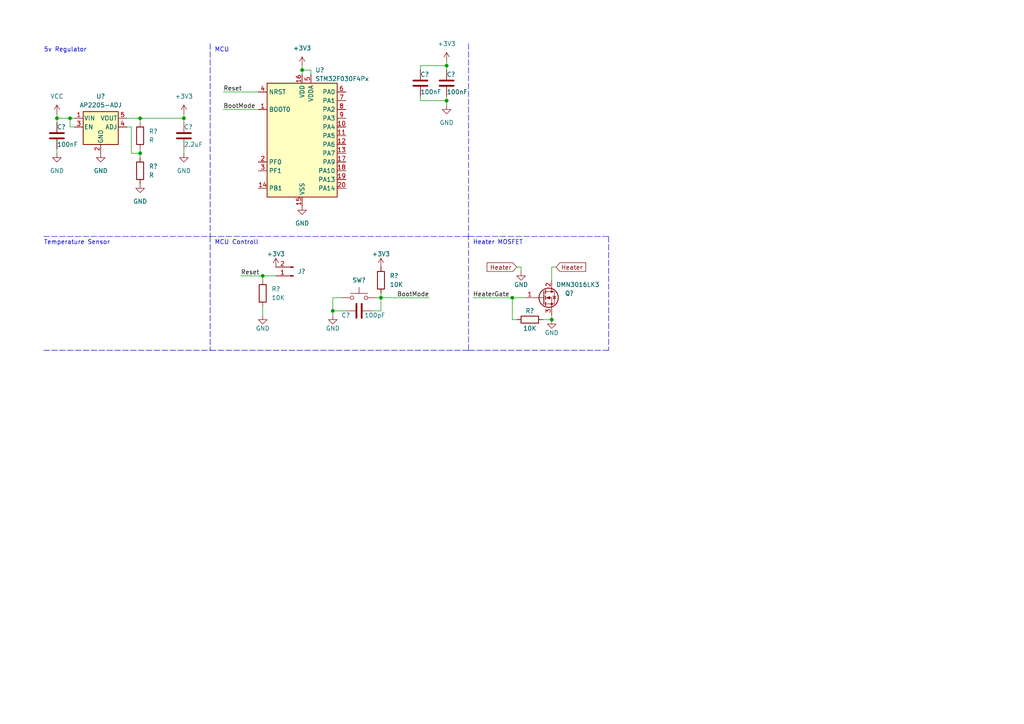
<source format=kicad_sch>
(kicad_sch (version 20211123) (generator eeschema)

  (uuid 48129b5d-2b9b-4273-a70f-3044141e50f0)

  (paper "A4")

  (lib_symbols
    (symbol "Connector:Conn_01x02_Male" (pin_names (offset 1.016) hide) (in_bom yes) (on_board yes)
      (property "Reference" "J" (id 0) (at 0 2.54 0)
        (effects (font (size 1.27 1.27)))
      )
      (property "Value" "Conn_01x02_Male" (id 1) (at 0 -5.08 0)
        (effects (font (size 1.27 1.27)))
      )
      (property "Footprint" "" (id 2) (at 0 0 0)
        (effects (font (size 1.27 1.27)) hide)
      )
      (property "Datasheet" "~" (id 3) (at 0 0 0)
        (effects (font (size 1.27 1.27)) hide)
      )
      (property "ki_keywords" "connector" (id 4) (at 0 0 0)
        (effects (font (size 1.27 1.27)) hide)
      )
      (property "ki_description" "Generic connector, single row, 01x02, script generated (kicad-library-utils/schlib/autogen/connector/)" (id 5) (at 0 0 0)
        (effects (font (size 1.27 1.27)) hide)
      )
      (property "ki_fp_filters" "Connector*:*_1x??_*" (id 6) (at 0 0 0)
        (effects (font (size 1.27 1.27)) hide)
      )
      (symbol "Conn_01x02_Male_1_1"
        (polyline
          (pts
            (xy 1.27 -2.54)
            (xy 0.8636 -2.54)
          )
          (stroke (width 0.1524) (type default) (color 0 0 0 0))
          (fill (type none))
        )
        (polyline
          (pts
            (xy 1.27 0)
            (xy 0.8636 0)
          )
          (stroke (width 0.1524) (type default) (color 0 0 0 0))
          (fill (type none))
        )
        (rectangle (start 0.8636 -2.413) (end 0 -2.667)
          (stroke (width 0.1524) (type default) (color 0 0 0 0))
          (fill (type outline))
        )
        (rectangle (start 0.8636 0.127) (end 0 -0.127)
          (stroke (width 0.1524) (type default) (color 0 0 0 0))
          (fill (type outline))
        )
        (pin passive line (at 5.08 0 180) (length 3.81)
          (name "Pin_1" (effects (font (size 1.27 1.27))))
          (number "1" (effects (font (size 1.27 1.27))))
        )
        (pin passive line (at 5.08 -2.54 180) (length 3.81)
          (name "Pin_2" (effects (font (size 1.27 1.27))))
          (number "2" (effects (font (size 1.27 1.27))))
        )
      )
    )
    (symbol "Device:C" (pin_numbers hide) (pin_names (offset 0.254)) (in_bom yes) (on_board yes)
      (property "Reference" "C" (id 0) (at 0.635 2.54 0)
        (effects (font (size 1.27 1.27)) (justify left))
      )
      (property "Value" "C" (id 1) (at 0.635 -2.54 0)
        (effects (font (size 1.27 1.27)) (justify left))
      )
      (property "Footprint" "" (id 2) (at 0.9652 -3.81 0)
        (effects (font (size 1.27 1.27)) hide)
      )
      (property "Datasheet" "~" (id 3) (at 0 0 0)
        (effects (font (size 1.27 1.27)) hide)
      )
      (property "ki_keywords" "cap capacitor" (id 4) (at 0 0 0)
        (effects (font (size 1.27 1.27)) hide)
      )
      (property "ki_description" "Unpolarized capacitor" (id 5) (at 0 0 0)
        (effects (font (size 1.27 1.27)) hide)
      )
      (property "ki_fp_filters" "C_*" (id 6) (at 0 0 0)
        (effects (font (size 1.27 1.27)) hide)
      )
      (symbol "C_0_1"
        (polyline
          (pts
            (xy -2.032 -0.762)
            (xy 2.032 -0.762)
          )
          (stroke (width 0.508) (type default) (color 0 0 0 0))
          (fill (type none))
        )
        (polyline
          (pts
            (xy -2.032 0.762)
            (xy 2.032 0.762)
          )
          (stroke (width 0.508) (type default) (color 0 0 0 0))
          (fill (type none))
        )
      )
      (symbol "C_1_1"
        (pin passive line (at 0 3.81 270) (length 2.794)
          (name "~" (effects (font (size 1.27 1.27))))
          (number "1" (effects (font (size 1.27 1.27))))
        )
        (pin passive line (at 0 -3.81 90) (length 2.794)
          (name "~" (effects (font (size 1.27 1.27))))
          (number "2" (effects (font (size 1.27 1.27))))
        )
      )
    )
    (symbol "Device:R" (pin_numbers hide) (pin_names (offset 0)) (in_bom yes) (on_board yes)
      (property "Reference" "R" (id 0) (at 2.032 0 90)
        (effects (font (size 1.27 1.27)))
      )
      (property "Value" "R" (id 1) (at 0 0 90)
        (effects (font (size 1.27 1.27)))
      )
      (property "Footprint" "" (id 2) (at -1.778 0 90)
        (effects (font (size 1.27 1.27)) hide)
      )
      (property "Datasheet" "~" (id 3) (at 0 0 0)
        (effects (font (size 1.27 1.27)) hide)
      )
      (property "ki_keywords" "R res resistor" (id 4) (at 0 0 0)
        (effects (font (size 1.27 1.27)) hide)
      )
      (property "ki_description" "Resistor" (id 5) (at 0 0 0)
        (effects (font (size 1.27 1.27)) hide)
      )
      (property "ki_fp_filters" "R_*" (id 6) (at 0 0 0)
        (effects (font (size 1.27 1.27)) hide)
      )
      (symbol "R_0_1"
        (rectangle (start -1.016 -2.54) (end 1.016 2.54)
          (stroke (width 0.254) (type default) (color 0 0 0 0))
          (fill (type none))
        )
      )
      (symbol "R_1_1"
        (pin passive line (at 0 3.81 270) (length 1.27)
          (name "~" (effects (font (size 1.27 1.27))))
          (number "1" (effects (font (size 1.27 1.27))))
        )
        (pin passive line (at 0 -3.81 90) (length 1.27)
          (name "~" (effects (font (size 1.27 1.27))))
          (number "2" (effects (font (size 1.27 1.27))))
        )
      )
    )
    (symbol "MCU_ST_STM32F0:STM32F030F4Px" (in_bom yes) (on_board yes)
      (property "Reference" "U" (id 0) (at -10.16 16.51 0)
        (effects (font (size 1.27 1.27)) (justify left))
      )
      (property "Value" "STM32F030F4Px" (id 1) (at 5.08 16.51 0)
        (effects (font (size 1.27 1.27)) (justify left))
      )
      (property "Footprint" "Package_SO:TSSOP-20_4.4x6.5mm_P0.65mm" (id 2) (at -10.16 -17.78 0)
        (effects (font (size 1.27 1.27)) (justify right) hide)
      )
      (property "Datasheet" "http://www.st.com/st-web-ui/static/active/en/resource/technical/document/datasheet/DM00088500.pdf" (id 3) (at 0 0 0)
        (effects (font (size 1.27 1.27)) hide)
      )
      (property "ki_keywords" "ARM Cortex-M0 STM32F0 STM32F0x0 Value Line" (id 4) (at 0 0 0)
        (effects (font (size 1.27 1.27)) hide)
      )
      (property "ki_description" "ARM Cortex-M0 MCU, 16KB flash, 4KB RAM, 48MHz, 2.4-3.6V, 15 GPIO, TSSOP-20" (id 5) (at 0 0 0)
        (effects (font (size 1.27 1.27)) hide)
      )
      (property "ki_fp_filters" "TSSOP*4.4x6.5mm*P0.65mm*" (id 6) (at 0 0 0)
        (effects (font (size 1.27 1.27)) hide)
      )
      (symbol "STM32F030F4Px_0_1"
        (rectangle (start -10.16 -17.78) (end 10.16 15.24)
          (stroke (width 0.254) (type default) (color 0 0 0 0))
          (fill (type background))
        )
      )
      (symbol "STM32F030F4Px_1_1"
        (pin input line (at -12.7 7.62 0) (length 2.54)
          (name "BOOT0" (effects (font (size 1.27 1.27))))
          (number "1" (effects (font (size 1.27 1.27))))
        )
        (pin bidirectional line (at 12.7 2.54 180) (length 2.54)
          (name "PA4" (effects (font (size 1.27 1.27))))
          (number "10" (effects (font (size 1.27 1.27))))
        )
        (pin bidirectional line (at 12.7 0 180) (length 2.54)
          (name "PA5" (effects (font (size 1.27 1.27))))
          (number "11" (effects (font (size 1.27 1.27))))
        )
        (pin bidirectional line (at 12.7 -2.54 180) (length 2.54)
          (name "PA6" (effects (font (size 1.27 1.27))))
          (number "12" (effects (font (size 1.27 1.27))))
        )
        (pin bidirectional line (at 12.7 -5.08 180) (length 2.54)
          (name "PA7" (effects (font (size 1.27 1.27))))
          (number "13" (effects (font (size 1.27 1.27))))
        )
        (pin bidirectional line (at -12.7 -15.24 0) (length 2.54)
          (name "PB1" (effects (font (size 1.27 1.27))))
          (number "14" (effects (font (size 1.27 1.27))))
        )
        (pin power_in line (at 0 -20.32 90) (length 2.54)
          (name "VSS" (effects (font (size 1.27 1.27))))
          (number "15" (effects (font (size 1.27 1.27))))
        )
        (pin power_in line (at 0 17.78 270) (length 2.54)
          (name "VDD" (effects (font (size 1.27 1.27))))
          (number "16" (effects (font (size 1.27 1.27))))
        )
        (pin bidirectional line (at 12.7 -7.62 180) (length 2.54)
          (name "PA9" (effects (font (size 1.27 1.27))))
          (number "17" (effects (font (size 1.27 1.27))))
        )
        (pin bidirectional line (at 12.7 -10.16 180) (length 2.54)
          (name "PA10" (effects (font (size 1.27 1.27))))
          (number "18" (effects (font (size 1.27 1.27))))
        )
        (pin bidirectional line (at 12.7 -12.7 180) (length 2.54)
          (name "PA13" (effects (font (size 1.27 1.27))))
          (number "19" (effects (font (size 1.27 1.27))))
        )
        (pin input line (at -12.7 -7.62 0) (length 2.54)
          (name "PF0" (effects (font (size 1.27 1.27))))
          (number "2" (effects (font (size 1.27 1.27))))
        )
        (pin bidirectional line (at 12.7 -15.24 180) (length 2.54)
          (name "PA14" (effects (font (size 1.27 1.27))))
          (number "20" (effects (font (size 1.27 1.27))))
        )
        (pin input line (at -12.7 -10.16 0) (length 2.54)
          (name "PF1" (effects (font (size 1.27 1.27))))
          (number "3" (effects (font (size 1.27 1.27))))
        )
        (pin input line (at -12.7 12.7 0) (length 2.54)
          (name "NRST" (effects (font (size 1.27 1.27))))
          (number "4" (effects (font (size 1.27 1.27))))
        )
        (pin power_in line (at 2.54 17.78 270) (length 2.54)
          (name "VDDA" (effects (font (size 1.27 1.27))))
          (number "5" (effects (font (size 1.27 1.27))))
        )
        (pin bidirectional line (at 12.7 12.7 180) (length 2.54)
          (name "PA0" (effects (font (size 1.27 1.27))))
          (number "6" (effects (font (size 1.27 1.27))))
        )
        (pin bidirectional line (at 12.7 10.16 180) (length 2.54)
          (name "PA1" (effects (font (size 1.27 1.27))))
          (number "7" (effects (font (size 1.27 1.27))))
        )
        (pin bidirectional line (at 12.7 7.62 180) (length 2.54)
          (name "PA2" (effects (font (size 1.27 1.27))))
          (number "8" (effects (font (size 1.27 1.27))))
        )
        (pin bidirectional line (at 12.7 5.08 180) (length 2.54)
          (name "PA3" (effects (font (size 1.27 1.27))))
          (number "9" (effects (font (size 1.27 1.27))))
        )
      )
    )
    (symbol "Regulator_Linear:AP2204K-ADJ" (pin_names (offset 0.254)) (in_bom yes) (on_board yes)
      (property "Reference" "U" (id 0) (at -5.08 5.715 0)
        (effects (font (size 1.27 1.27)) (justify left))
      )
      (property "Value" "AP2204K-ADJ" (id 1) (at 0 5.715 0)
        (effects (font (size 1.27 1.27)) (justify left))
      )
      (property "Footprint" "Package_TO_SOT_SMD:SOT-23-5" (id 2) (at 0 8.255 0)
        (effects (font (size 1.27 1.27)) hide)
      )
      (property "Datasheet" "https://www.diodes.com/assets/Datasheets/AP2204.pdf" (id 3) (at 0 2.54 0)
        (effects (font (size 1.27 1.27)) hide)
      )
      (property "ki_keywords" "linear regulator ldo adjustable positive" (id 4) (at 0 0 0)
        (effects (font (size 1.27 1.27)) hide)
      )
      (property "ki_description" "150mA low dropout adjustable linear regulator, wide input voltage range, SOT-23-5 package" (id 5) (at 0 0 0)
        (effects (font (size 1.27 1.27)) hide)
      )
      (property "ki_fp_filters" "SOT?23?5*" (id 6) (at 0 0 0)
        (effects (font (size 1.27 1.27)) hide)
      )
      (symbol "AP2204K-ADJ_0_1"
        (rectangle (start -5.08 4.445) (end 5.08 -5.08)
          (stroke (width 0.254) (type default) (color 0 0 0 0))
          (fill (type background))
        )
      )
      (symbol "AP2204K-ADJ_1_1"
        (pin power_in line (at -7.62 2.54 0) (length 2.54)
          (name "VIN" (effects (font (size 1.27 1.27))))
          (number "1" (effects (font (size 1.27 1.27))))
        )
        (pin power_in line (at 0 -7.62 90) (length 2.54)
          (name "GND" (effects (font (size 1.27 1.27))))
          (number "2" (effects (font (size 1.27 1.27))))
        )
        (pin input line (at -7.62 0 0) (length 2.54)
          (name "EN" (effects (font (size 1.27 1.27))))
          (number "3" (effects (font (size 1.27 1.27))))
        )
        (pin input line (at 7.62 0 180) (length 2.54)
          (name "ADJ" (effects (font (size 1.27 1.27))))
          (number "4" (effects (font (size 1.27 1.27))))
        )
        (pin power_out line (at 7.62 2.54 180) (length 2.54)
          (name "VOUT" (effects (font (size 1.27 1.27))))
          (number "5" (effects (font (size 1.27 1.27))))
        )
      )
    )
    (symbol "Switch:SW_Push" (pin_numbers hide) (pin_names (offset 1.016) hide) (in_bom yes) (on_board yes)
      (property "Reference" "SW" (id 0) (at 1.27 2.54 0)
        (effects (font (size 1.27 1.27)) (justify left))
      )
      (property "Value" "SW_Push" (id 1) (at 0 -1.524 0)
        (effects (font (size 1.27 1.27)))
      )
      (property "Footprint" "" (id 2) (at 0 5.08 0)
        (effects (font (size 1.27 1.27)) hide)
      )
      (property "Datasheet" "~" (id 3) (at 0 5.08 0)
        (effects (font (size 1.27 1.27)) hide)
      )
      (property "ki_keywords" "switch normally-open pushbutton push-button" (id 4) (at 0 0 0)
        (effects (font (size 1.27 1.27)) hide)
      )
      (property "ki_description" "Push button switch, generic, two pins" (id 5) (at 0 0 0)
        (effects (font (size 1.27 1.27)) hide)
      )
      (symbol "SW_Push_0_1"
        (circle (center -2.032 0) (radius 0.508)
          (stroke (width 0) (type default) (color 0 0 0 0))
          (fill (type none))
        )
        (polyline
          (pts
            (xy 0 1.27)
            (xy 0 3.048)
          )
          (stroke (width 0) (type default) (color 0 0 0 0))
          (fill (type none))
        )
        (polyline
          (pts
            (xy 2.54 1.27)
            (xy -2.54 1.27)
          )
          (stroke (width 0) (type default) (color 0 0 0 0))
          (fill (type none))
        )
        (circle (center 2.032 0) (radius 0.508)
          (stroke (width 0) (type default) (color 0 0 0 0))
          (fill (type none))
        )
        (pin passive line (at -5.08 0 0) (length 2.54)
          (name "1" (effects (font (size 1.27 1.27))))
          (number "1" (effects (font (size 1.27 1.27))))
        )
        (pin passive line (at 5.08 0 180) (length 2.54)
          (name "2" (effects (font (size 1.27 1.27))))
          (number "2" (effects (font (size 1.27 1.27))))
        )
      )
    )
    (symbol "Transistor_FET:QM6006D" (pin_names hide) (in_bom yes) (on_board yes)
      (property "Reference" "Q" (id 0) (at 5.08 1.905 0)
        (effects (font (size 1.27 1.27)) (justify left))
      )
      (property "Value" "QM6006D" (id 1) (at 5.08 0 0)
        (effects (font (size 1.27 1.27)) (justify left))
      )
      (property "Footprint" "Package_TO_SOT_SMD:TO-252-2" (id 2) (at 5.08 -1.905 0)
        (effects (font (size 1.27 1.27) italic) (justify left) hide)
      )
      (property "Datasheet" "http://www.jaolen.com/images/pdf/QM6006D.pdf" (id 3) (at 0 0 0)
        (effects (font (size 1.27 1.27)) (justify left) hide)
      )
      (property "ki_keywords" "N-Channel MOSFET" (id 4) (at 0 0 0)
        (effects (font (size 1.27 1.27)) hide)
      )
      (property "ki_description" "35A Id, 60V Vds, N-Channel Power MOSFET, 18mOhm Ron, 19.3nC Qg (typ), TO252" (id 5) (at 0 0 0)
        (effects (font (size 1.27 1.27)) hide)
      )
      (property "ki_fp_filters" "TO?252*" (id 6) (at 0 0 0)
        (effects (font (size 1.27 1.27)) hide)
      )
      (symbol "QM6006D_0_1"
        (polyline
          (pts
            (xy 0.254 0)
            (xy -2.54 0)
          )
          (stroke (width 0) (type default) (color 0 0 0 0))
          (fill (type none))
        )
        (polyline
          (pts
            (xy 0.254 1.905)
            (xy 0.254 -1.905)
          )
          (stroke (width 0.254) (type default) (color 0 0 0 0))
          (fill (type none))
        )
        (polyline
          (pts
            (xy 0.762 -1.27)
            (xy 0.762 -2.286)
          )
          (stroke (width 0.254) (type default) (color 0 0 0 0))
          (fill (type none))
        )
        (polyline
          (pts
            (xy 0.762 0.508)
            (xy 0.762 -0.508)
          )
          (stroke (width 0.254) (type default) (color 0 0 0 0))
          (fill (type none))
        )
        (polyline
          (pts
            (xy 0.762 2.286)
            (xy 0.762 1.27)
          )
          (stroke (width 0.254) (type default) (color 0 0 0 0))
          (fill (type none))
        )
        (polyline
          (pts
            (xy 2.54 2.54)
            (xy 2.54 1.778)
          )
          (stroke (width 0) (type default) (color 0 0 0 0))
          (fill (type none))
        )
        (polyline
          (pts
            (xy 2.54 -2.54)
            (xy 2.54 0)
            (xy 0.762 0)
          )
          (stroke (width 0) (type default) (color 0 0 0 0))
          (fill (type none))
        )
        (polyline
          (pts
            (xy 0.762 -1.778)
            (xy 3.302 -1.778)
            (xy 3.302 1.778)
            (xy 0.762 1.778)
          )
          (stroke (width 0) (type default) (color 0 0 0 0))
          (fill (type none))
        )
        (polyline
          (pts
            (xy 1.016 0)
            (xy 2.032 0.381)
            (xy 2.032 -0.381)
            (xy 1.016 0)
          )
          (stroke (width 0) (type default) (color 0 0 0 0))
          (fill (type outline))
        )
        (polyline
          (pts
            (xy 2.794 0.508)
            (xy 2.921 0.381)
            (xy 3.683 0.381)
            (xy 3.81 0.254)
          )
          (stroke (width 0) (type default) (color 0 0 0 0))
          (fill (type none))
        )
        (polyline
          (pts
            (xy 3.302 0.381)
            (xy 2.921 -0.254)
            (xy 3.683 -0.254)
            (xy 3.302 0.381)
          )
          (stroke (width 0) (type default) (color 0 0 0 0))
          (fill (type none))
        )
        (circle (center 1.651 0) (radius 2.794)
          (stroke (width 0.254) (type default) (color 0 0 0 0))
          (fill (type none))
        )
        (circle (center 2.54 -1.778) (radius 0.254)
          (stroke (width 0) (type default) (color 0 0 0 0))
          (fill (type outline))
        )
        (circle (center 2.54 1.778) (radius 0.254)
          (stroke (width 0) (type default) (color 0 0 0 0))
          (fill (type outline))
        )
      )
      (symbol "QM6006D_1_1"
        (pin input line (at -5.08 0 0) (length 2.54)
          (name "G" (effects (font (size 1.27 1.27))))
          (number "1" (effects (font (size 1.27 1.27))))
        )
        (pin passive line (at 2.54 5.08 270) (length 2.54)
          (name "D" (effects (font (size 1.27 1.27))))
          (number "2" (effects (font (size 1.27 1.27))))
        )
        (pin passive line (at 2.54 -5.08 90) (length 2.54)
          (name "S" (effects (font (size 1.27 1.27))))
          (number "3" (effects (font (size 1.27 1.27))))
        )
      )
    )
    (symbol "power:+3V3" (power) (pin_names (offset 0)) (in_bom yes) (on_board yes)
      (property "Reference" "#PWR" (id 0) (at 0 -3.81 0)
        (effects (font (size 1.27 1.27)) hide)
      )
      (property "Value" "+3V3" (id 1) (at 0 3.556 0)
        (effects (font (size 1.27 1.27)))
      )
      (property "Footprint" "" (id 2) (at 0 0 0)
        (effects (font (size 1.27 1.27)) hide)
      )
      (property "Datasheet" "" (id 3) (at 0 0 0)
        (effects (font (size 1.27 1.27)) hide)
      )
      (property "ki_keywords" "power-flag" (id 4) (at 0 0 0)
        (effects (font (size 1.27 1.27)) hide)
      )
      (property "ki_description" "Power symbol creates a global label with name \"+3V3\"" (id 5) (at 0 0 0)
        (effects (font (size 1.27 1.27)) hide)
      )
      (symbol "+3V3_0_1"
        (polyline
          (pts
            (xy -0.762 1.27)
            (xy 0 2.54)
          )
          (stroke (width 0) (type default) (color 0 0 0 0))
          (fill (type none))
        )
        (polyline
          (pts
            (xy 0 0)
            (xy 0 2.54)
          )
          (stroke (width 0) (type default) (color 0 0 0 0))
          (fill (type none))
        )
        (polyline
          (pts
            (xy 0 2.54)
            (xy 0.762 1.27)
          )
          (stroke (width 0) (type default) (color 0 0 0 0))
          (fill (type none))
        )
      )
      (symbol "+3V3_1_1"
        (pin power_in line (at 0 0 90) (length 0) hide
          (name "+3V3" (effects (font (size 1.27 1.27))))
          (number "1" (effects (font (size 1.27 1.27))))
        )
      )
    )
    (symbol "power:GND" (power) (pin_names (offset 0)) (in_bom yes) (on_board yes)
      (property "Reference" "#PWR" (id 0) (at 0 -6.35 0)
        (effects (font (size 1.27 1.27)) hide)
      )
      (property "Value" "GND" (id 1) (at 0 -3.81 0)
        (effects (font (size 1.27 1.27)))
      )
      (property "Footprint" "" (id 2) (at 0 0 0)
        (effects (font (size 1.27 1.27)) hide)
      )
      (property "Datasheet" "" (id 3) (at 0 0 0)
        (effects (font (size 1.27 1.27)) hide)
      )
      (property "ki_keywords" "power-flag" (id 4) (at 0 0 0)
        (effects (font (size 1.27 1.27)) hide)
      )
      (property "ki_description" "Power symbol creates a global label with name \"GND\" , ground" (id 5) (at 0 0 0)
        (effects (font (size 1.27 1.27)) hide)
      )
      (symbol "GND_0_1"
        (polyline
          (pts
            (xy 0 0)
            (xy 0 -1.27)
            (xy 1.27 -1.27)
            (xy 0 -2.54)
            (xy -1.27 -1.27)
            (xy 0 -1.27)
          )
          (stroke (width 0) (type default) (color 0 0 0 0))
          (fill (type none))
        )
      )
      (symbol "GND_1_1"
        (pin power_in line (at 0 0 270) (length 0) hide
          (name "GND" (effects (font (size 1.27 1.27))))
          (number "1" (effects (font (size 1.27 1.27))))
        )
      )
    )
    (symbol "power:VCC" (power) (pin_names (offset 0)) (in_bom yes) (on_board yes)
      (property "Reference" "#PWR" (id 0) (at 0 -3.81 0)
        (effects (font (size 1.27 1.27)) hide)
      )
      (property "Value" "VCC" (id 1) (at 0 3.81 0)
        (effects (font (size 1.27 1.27)))
      )
      (property "Footprint" "" (id 2) (at 0 0 0)
        (effects (font (size 1.27 1.27)) hide)
      )
      (property "Datasheet" "" (id 3) (at 0 0 0)
        (effects (font (size 1.27 1.27)) hide)
      )
      (property "ki_keywords" "power-flag" (id 4) (at 0 0 0)
        (effects (font (size 1.27 1.27)) hide)
      )
      (property "ki_description" "Power symbol creates a global label with name \"VCC\"" (id 5) (at 0 0 0)
        (effects (font (size 1.27 1.27)) hide)
      )
      (symbol "VCC_0_1"
        (polyline
          (pts
            (xy -0.762 1.27)
            (xy 0 2.54)
          )
          (stroke (width 0) (type default) (color 0 0 0 0))
          (fill (type none))
        )
        (polyline
          (pts
            (xy 0 0)
            (xy 0 2.54)
          )
          (stroke (width 0) (type default) (color 0 0 0 0))
          (fill (type none))
        )
        (polyline
          (pts
            (xy 0 2.54)
            (xy 0.762 1.27)
          )
          (stroke (width 0) (type default) (color 0 0 0 0))
          (fill (type none))
        )
      )
      (symbol "VCC_1_1"
        (pin power_in line (at 0 0 90) (length 0) hide
          (name "VCC" (effects (font (size 1.27 1.27))))
          (number "1" (effects (font (size 1.27 1.27))))
        )
      )
    )
  )

  (junction (at 20.32 34.29) (diameter 0) (color 0 0 0 0)
    (uuid 0d2c6862-3c5c-4f3f-b79e-e312019e47ff)
  )
  (junction (at 76.2 80.01) (diameter 0) (color 0 0 0 0)
    (uuid 313a45a7-2520-41bb-a3d9-c1ab72eb5c85)
  )
  (junction (at 96.52 90.17) (diameter 0) (color 0 0 0 0)
    (uuid 35df4c1c-ca93-4d2a-a1ac-6aad6d701335)
  )
  (junction (at 110.49 86.36) (diameter 0) (color 0 0 0 0)
    (uuid 3fa32c8d-0bf2-4c28-8ece-27e509d4e1d4)
  )
  (junction (at 160.02 92.71) (diameter 0) (color 0 0 0 0)
    (uuid 7720e31e-4a27-4392-8e2e-911f5fa853ef)
  )
  (junction (at 40.64 44.45) (diameter 0) (color 0 0 0 0)
    (uuid 77b6510c-432a-4e10-a2fb-c13a9ba7fcca)
  )
  (junction (at 16.51 34.29) (diameter 0) (color 0 0 0 0)
    (uuid a6758d29-799f-4ab6-a99d-719dfc1676e7)
  )
  (junction (at 148.59 86.36) (diameter 0) (color 0 0 0 0)
    (uuid b605bf12-e0e7-4fa2-a520-c474ab42b5c8)
  )
  (junction (at 87.63 20.32) (diameter 0) (color 0 0 0 0)
    (uuid bc3ea4ef-dca7-4871-9cf6-8698f2c960a9)
  )
  (junction (at 40.64 34.29) (diameter 0) (color 0 0 0 0)
    (uuid d09dba93-2773-4eee-a280-6373498bf438)
  )
  (junction (at 129.54 19.05) (diameter 0) (color 0 0 0 0)
    (uuid d4fe072e-2cfa-46f4-935a-b72f7c6d529a)
  )
  (junction (at 129.54 29.21) (diameter 0) (color 0 0 0 0)
    (uuid e166b1c7-9e46-4630-b6d2-2b6e9eddc4da)
  )
  (junction (at 53.34 34.29) (diameter 0) (color 0 0 0 0)
    (uuid f6c2acab-1151-4f3e-b26f-d077d6993ce5)
  )

  (wire (pts (xy 53.34 34.29) (xy 40.64 34.29))
    (stroke (width 0) (type default) (color 0 0 0 0))
    (uuid 02ce310f-fc18-467a-b269-d5a3b5e71d2f)
  )
  (polyline (pts (xy 135.89 12.7) (xy 135.89 68.58))
    (stroke (width 0) (type default) (color 0 0 0 0))
    (uuid 09a453dd-9446-4305-9c79-f1f24902df2a)
  )

  (wire (pts (xy 40.64 35.56) (xy 40.64 34.29))
    (stroke (width 0) (type default) (color 0 0 0 0))
    (uuid 0ddf5f44-c92a-4a45-9631-7059ca8973b8)
  )
  (polyline (pts (xy 12.7 68.58) (xy 60.96 68.58))
    (stroke (width 0) (type default) (color 0 0 0 0))
    (uuid 12dd1248-3d96-496c-a586-06ae55058944)
  )

  (wire (pts (xy 21.59 36.83) (xy 20.32 36.83))
    (stroke (width 0) (type default) (color 0 0 0 0))
    (uuid 13b4a8f3-876a-4b0e-940b-98f53e26141d)
  )
  (wire (pts (xy 20.32 36.83) (xy 20.32 34.29))
    (stroke (width 0) (type default) (color 0 0 0 0))
    (uuid 16e7833e-ff92-4f39-b8d8-d77ccf475456)
  )
  (wire (pts (xy 90.17 20.32) (xy 87.63 20.32))
    (stroke (width 0) (type default) (color 0 0 0 0))
    (uuid 18e31868-4d74-47c4-8226-d1a9b1b058a5)
  )
  (wire (pts (xy 80.01 80.01) (xy 76.2 80.01))
    (stroke (width 0) (type default) (color 0 0 0 0))
    (uuid 1bedc6c7-e9d0-4b59-947e-132bc38d723f)
  )
  (wire (pts (xy 121.92 29.21) (xy 129.54 29.21))
    (stroke (width 0) (type default) (color 0 0 0 0))
    (uuid 1ef24482-a410-4d4a-ad36-17bba84c2f6a)
  )
  (wire (pts (xy 53.34 44.45) (xy 53.34 43.18))
    (stroke (width 0) (type default) (color 0 0 0 0))
    (uuid 22bc1658-2dd4-49a2-9f9b-6d8c1ddf5d57)
  )
  (wire (pts (xy 129.54 30.48) (xy 129.54 29.21))
    (stroke (width 0) (type default) (color 0 0 0 0))
    (uuid 25f5c23d-c895-46f8-b4e5-3a46b73c7262)
  )
  (wire (pts (xy 53.34 33.02) (xy 53.34 34.29))
    (stroke (width 0) (type default) (color 0 0 0 0))
    (uuid 29d0d9a8-0897-4711-8658-d20df2226aeb)
  )
  (wire (pts (xy 151.13 77.47) (xy 149.86 77.47))
    (stroke (width 0) (type default) (color 0 0 0 0))
    (uuid 2d30a95e-8c26-45d4-ae82-b5e0acde52ed)
  )
  (wire (pts (xy 110.49 86.36) (xy 124.46 86.36))
    (stroke (width 0) (type default) (color 0 0 0 0))
    (uuid 318376d0-29ee-438a-952d-e561d448d194)
  )
  (wire (pts (xy 157.48 92.71) (xy 160.02 92.71))
    (stroke (width 0) (type default) (color 0 0 0 0))
    (uuid 37c52179-064b-4980-8acd-ed7246216536)
  )
  (wire (pts (xy 160.02 77.47) (xy 161.29 77.47))
    (stroke (width 0) (type default) (color 0 0 0 0))
    (uuid 41faef4f-cd58-4e1d-855b-816fffb5c4b8)
  )
  (wire (pts (xy 96.52 86.36) (xy 99.06 86.36))
    (stroke (width 0) (type default) (color 0 0 0 0))
    (uuid 44ebbfb3-18f8-424a-bf29-6a03bd060686)
  )
  (polyline (pts (xy 176.53 101.6) (xy 135.89 101.6))
    (stroke (width 0) (type default) (color 0 0 0 0))
    (uuid 4b2b2283-7078-4a41-af90-99b8f47507cc)
  )
  (polyline (pts (xy 12.7 101.6) (xy 60.96 101.6))
    (stroke (width 0) (type default) (color 0 0 0 0))
    (uuid 4ed240fc-fa3a-4d1f-83ef-23d3f8e5507e)
  )

  (wire (pts (xy 121.92 19.05) (xy 129.54 19.05))
    (stroke (width 0) (type default) (color 0 0 0 0))
    (uuid 501f9674-ba58-4731-bc55-43affcb8ce70)
  )
  (wire (pts (xy 53.34 35.56) (xy 53.34 34.29))
    (stroke (width 0) (type default) (color 0 0 0 0))
    (uuid 50bb781a-acbe-4d6b-8ac0-0022c5b14733)
  )
  (polyline (pts (xy 60.96 68.58) (xy 60.96 101.6))
    (stroke (width 0) (type default) (color 0 0 0 0))
    (uuid 5581cdfe-568a-4166-9812-f0debb4acf1c)
  )
  (polyline (pts (xy 176.53 68.58) (xy 176.53 101.6))
    (stroke (width 0) (type default) (color 0 0 0 0))
    (uuid 57aeaa19-bb92-4cdc-8800-9b5d02711a0f)
  )
  (polyline (pts (xy 60.96 68.58) (xy 135.89 68.58))
    (stroke (width 0) (type default) (color 0 0 0 0))
    (uuid 634d0342-6293-4998-8ff3-281e52d302da)
  )

  (wire (pts (xy 137.16 86.36) (xy 148.59 86.36))
    (stroke (width 0) (type default) (color 0 0 0 0))
    (uuid 6374343c-60b0-407d-9ed7-060d2ea91b55)
  )
  (wire (pts (xy 110.49 85.09) (xy 110.49 86.36))
    (stroke (width 0) (type default) (color 0 0 0 0))
    (uuid 672de846-6793-4c6e-9f14-debf5d3a5ea3)
  )
  (wire (pts (xy 129.54 17.78) (xy 129.54 19.05))
    (stroke (width 0) (type default) (color 0 0 0 0))
    (uuid 6805a8e2-52c1-4009-b22b-858917eeadb1)
  )
  (wire (pts (xy 107.95 90.17) (xy 110.49 90.17))
    (stroke (width 0) (type default) (color 0 0 0 0))
    (uuid 69307915-f140-4cf4-b8a3-6daaa237072c)
  )
  (wire (pts (xy 40.64 45.72) (xy 40.64 44.45))
    (stroke (width 0) (type default) (color 0 0 0 0))
    (uuid 725b4ddc-fd3b-4820-92ac-15b4e0d91375)
  )
  (wire (pts (xy 148.59 86.36) (xy 152.4 86.36))
    (stroke (width 0) (type default) (color 0 0 0 0))
    (uuid 72af1663-4aff-4bdb-8def-db10f57adbbd)
  )
  (wire (pts (xy 87.63 19.05) (xy 87.63 20.32))
    (stroke (width 0) (type default) (color 0 0 0 0))
    (uuid 756024b5-abca-4cdf-9eba-fb3780bfea42)
  )
  (wire (pts (xy 20.32 34.29) (xy 16.51 34.29))
    (stroke (width 0) (type default) (color 0 0 0 0))
    (uuid 759ab7ab-e08a-4192-ad63-277a1e4cc701)
  )
  (wire (pts (xy 160.02 91.44) (xy 160.02 92.71))
    (stroke (width 0) (type default) (color 0 0 0 0))
    (uuid 76049bf6-5421-45d9-8dfd-5e748818f14e)
  )
  (wire (pts (xy 76.2 80.01) (xy 76.2 81.28))
    (stroke (width 0) (type default) (color 0 0 0 0))
    (uuid 77e33871-6370-4758-8d3e-6cf13900041c)
  )
  (wire (pts (xy 96.52 91.44) (xy 96.52 90.17))
    (stroke (width 0) (type default) (color 0 0 0 0))
    (uuid 7c916335-3f08-480c-9cf0-4237990a9c0e)
  )
  (polyline (pts (xy 60.96 101.6) (xy 135.89 101.6))
    (stroke (width 0) (type default) (color 0 0 0 0))
    (uuid 7d78e761-b4fa-4e7c-908a-f26d73abd093)
  )

  (wire (pts (xy 148.59 92.71) (xy 148.59 86.36))
    (stroke (width 0) (type default) (color 0 0 0 0))
    (uuid 82631a1d-15c1-48dc-92c1-6408dcbfd2b2)
  )
  (wire (pts (xy 96.52 90.17) (xy 100.33 90.17))
    (stroke (width 0) (type default) (color 0 0 0 0))
    (uuid 94e75a76-d897-41f0-8970-49cf55ed4760)
  )
  (wire (pts (xy 64.77 26.67) (xy 74.93 26.67))
    (stroke (width 0) (type default) (color 0 0 0 0))
    (uuid 95763371-83f0-46c7-8043-a552cc9e990f)
  )
  (wire (pts (xy 21.59 34.29) (xy 20.32 34.29))
    (stroke (width 0) (type default) (color 0 0 0 0))
    (uuid 961f54f1-cc6c-4b38-b16e-57f44b5ebf6d)
  )
  (wire (pts (xy 151.13 78.74) (xy 151.13 77.47))
    (stroke (width 0) (type default) (color 0 0 0 0))
    (uuid 9b9c1697-2296-4c36-90ee-da0ecedd53fa)
  )
  (wire (pts (xy 36.83 34.29) (xy 40.64 34.29))
    (stroke (width 0) (type default) (color 0 0 0 0))
    (uuid a1dc36c4-f4b9-45fd-b71d-b9196c276f1b)
  )
  (wire (pts (xy 109.22 86.36) (xy 110.49 86.36))
    (stroke (width 0) (type default) (color 0 0 0 0))
    (uuid a5ace79d-4cd6-4865-817c-af404409fdf9)
  )
  (wire (pts (xy 16.51 34.29) (xy 16.51 33.02))
    (stroke (width 0) (type default) (color 0 0 0 0))
    (uuid b1293359-004c-4e10-ac21-e60e5ea2c670)
  )
  (wire (pts (xy 110.49 90.17) (xy 110.49 86.36))
    (stroke (width 0) (type default) (color 0 0 0 0))
    (uuid b4ffbc44-773e-4169-a81b-45c2370e541d)
  )
  (wire (pts (xy 121.92 19.05) (xy 121.92 20.32))
    (stroke (width 0) (type default) (color 0 0 0 0))
    (uuid b6eb091f-2030-4854-b9d1-6a5d6175ecda)
  )
  (wire (pts (xy 90.17 21.59) (xy 90.17 20.32))
    (stroke (width 0) (type default) (color 0 0 0 0))
    (uuid b70cddb8-89fb-4d70-9e00-48ccf193d940)
  )
  (polyline (pts (xy 135.89 101.6) (xy 135.89 68.58))
    (stroke (width 0) (type default) (color 0 0 0 0))
    (uuid b8618069-225a-47fd-9746-2d44873f0b43)
  )

  (wire (pts (xy 87.63 20.32) (xy 87.63 21.59))
    (stroke (width 0) (type default) (color 0 0 0 0))
    (uuid bc88dba7-1b55-4caf-b7a5-a1b2ba7e297a)
  )
  (wire (pts (xy 76.2 91.44) (xy 76.2 88.9))
    (stroke (width 0) (type default) (color 0 0 0 0))
    (uuid c05c8e2a-b975-4182-920e-b0e74c757133)
  )
  (wire (pts (xy 96.52 90.17) (xy 96.52 86.36))
    (stroke (width 0) (type default) (color 0 0 0 0))
    (uuid c296dfd4-0aa8-48b5-8b9c-7b03d135b3f7)
  )
  (wire (pts (xy 38.1 36.83) (xy 38.1 44.45))
    (stroke (width 0) (type default) (color 0 0 0 0))
    (uuid c84f8515-d469-4c44-b57d-3b937b2fe105)
  )
  (wire (pts (xy 16.51 35.56) (xy 16.51 34.29))
    (stroke (width 0) (type default) (color 0 0 0 0))
    (uuid ca3a4b01-2175-4146-ada8-c7b870aecd43)
  )
  (wire (pts (xy 40.64 44.45) (xy 40.64 43.18))
    (stroke (width 0) (type default) (color 0 0 0 0))
    (uuid cc140480-ef42-4a91-acec-3c9d139594e1)
  )
  (wire (pts (xy 36.83 36.83) (xy 38.1 36.83))
    (stroke (width 0) (type default) (color 0 0 0 0))
    (uuid d23ee24d-abbb-47ac-be7e-489029eb1ca8)
  )
  (wire (pts (xy 16.51 44.45) (xy 16.51 43.18))
    (stroke (width 0) (type default) (color 0 0 0 0))
    (uuid d44bd3f3-9505-40cc-b558-d0c18ca13cf3)
  )
  (wire (pts (xy 38.1 44.45) (xy 40.64 44.45))
    (stroke (width 0) (type default) (color 0 0 0 0))
    (uuid d8c025a3-225c-404c-9275-7dd1c752307a)
  )
  (wire (pts (xy 129.54 29.21) (xy 129.54 27.94))
    (stroke (width 0) (type default) (color 0 0 0 0))
    (uuid d9a6e390-802a-4fa0-aa7e-74507da59770)
  )
  (wire (pts (xy 160.02 81.28) (xy 160.02 77.47))
    (stroke (width 0) (type default) (color 0 0 0 0))
    (uuid deee3cdf-2716-49ec-a8aa-a1e8fd83de86)
  )
  (wire (pts (xy 76.2 80.01) (xy 69.85 80.01))
    (stroke (width 0) (type default) (color 0 0 0 0))
    (uuid e42f90c5-f414-4953-9d45-7d2ee2c22787)
  )
  (polyline (pts (xy 135.89 68.58) (xy 176.53 68.58))
    (stroke (width 0) (type default) (color 0 0 0 0))
    (uuid e675eca5-d334-4fb6-95dd-2363b2b6c6b1)
  )
  (polyline (pts (xy 60.96 68.58) (xy 60.96 68.58))
    (stroke (width 0) (type default) (color 0 0 0 0))
    (uuid e69a78d3-a192-4700-b8e1-04871bef5f32)
  )
  (polyline (pts (xy 60.96 12.7) (xy 60.96 68.58))
    (stroke (width 0) (type default) (color 0 0 0 0))
    (uuid e9d7a768-4620-4fa6-95f2-b7c9ba4367ac)
  )

  (wire (pts (xy 149.86 92.71) (xy 148.59 92.71))
    (stroke (width 0) (type default) (color 0 0 0 0))
    (uuid ed3653f6-3051-4536-ab90-e624b63a6642)
  )
  (wire (pts (xy 64.77 31.75) (xy 74.93 31.75))
    (stroke (width 0) (type default) (color 0 0 0 0))
    (uuid ef45d8f2-2e5c-4798-ab58-a1d88771b8da)
  )
  (wire (pts (xy 121.92 29.21) (xy 121.92 27.94))
    (stroke (width 0) (type default) (color 0 0 0 0))
    (uuid f0a4d808-c253-4eae-9ceb-8b4a350161d8)
  )
  (wire (pts (xy 129.54 19.05) (xy 129.54 20.32))
    (stroke (width 0) (type default) (color 0 0 0 0))
    (uuid fa4bfefb-e32f-42d4-a33a-680d560e0319)
  )

  (text "MCU\n" (at 62.23 15.24 0)
    (effects (font (size 1.27 1.27)) (justify left bottom))
    (uuid 2788dc07-3fdc-4e9b-8da1-c3aae005c86c)
  )
  (text "MCU Controll" (at 62.23 71.12 0)
    (effects (font (size 1.27 1.27)) (justify left bottom))
    (uuid 2ce3abc8-9f55-435a-b6da-c7178bb90bf9)
  )
  (text "Heater MOSFET" (at 137.16 71.12 0)
    (effects (font (size 1.27 1.27)) (justify left bottom))
    (uuid 6f062017-217b-4137-b442-61e266d93522)
  )
  (text "Temperature Sensor\n" (at 12.7 71.12 0)
    (effects (font (size 1.27 1.27)) (justify left bottom))
    (uuid 7ddb5d24-5173-4fa1-b88c-10ca31f67335)
  )
  (text "5v Regulator\n" (at 12.7 15.24 0)
    (effects (font (size 1.27 1.27)) (justify left bottom))
    (uuid cce453f8-2b73-4d5f-87d3-093087ba1115)
  )

  (label "BootMode" (at 124.46 86.36 180)
    (effects (font (size 1.27 1.27)) (justify right bottom))
    (uuid 36287920-a783-4810-8a56-90760d12867c)
  )
  (label "Reset" (at 64.77 26.67 0)
    (effects (font (size 1.27 1.27)) (justify left bottom))
    (uuid 3978d8fe-e3a5-446c-9483-a1a962384ef7)
  )
  (label "Reset" (at 69.85 80.01 0)
    (effects (font (size 1.27 1.27)) (justify left bottom))
    (uuid 517d9d06-cad2-4ed7-afad-becd466f20bc)
  )
  (label "HeaterGate" (at 137.16 86.36 0)
    (effects (font (size 1.27 1.27)) (justify left bottom))
    (uuid 9b410058-8e7b-4648-aee1-c1e039f4b502)
  )
  (label "BootMode" (at 64.77 31.75 0)
    (effects (font (size 1.27 1.27)) (justify left bottom))
    (uuid d120311b-41d3-47bd-883e-deb7c95a3ac9)
  )

  (global_label "Heater" (shape input) (at 149.86 77.47 180) (fields_autoplaced)
    (effects (font (size 1.27 1.27)) (justify right))
    (uuid 2c63ad44-946f-4477-a4f1-8c481b181092)
    (property "Intersheet References" "${INTERSHEET_REFS}" (id 0) (at 141.2783 77.5494 0)
      (effects (font (size 1.27 1.27)) (justify right) hide)
    )
  )
  (global_label "Heater" (shape input) (at 161.29 77.47 0) (fields_autoplaced)
    (effects (font (size 1.27 1.27)) (justify left))
    (uuid 6e371558-8bbe-440f-9c70-33c5bd1c66fb)
    (property "Intersheet References" "${INTERSHEET_REFS}" (id 0) (at 169.8717 77.3906 0)
      (effects (font (size 1.27 1.27)) (justify left) hide)
    )
  )

  (symbol (lib_id "Connector:Conn_01x02_Male") (at 85.09 80.01 180) (unit 1)
    (in_bom yes) (on_board yes)
    (uuid 007cf9fa-3c41-4b60-99be-fb95c85299b8)
    (property "Reference" "J?" (id 0) (at 86.36 78.74 0)
      (effects (font (size 1.27 1.27)) (justify right))
    )
    (property "Value" "Conn_01x02_Male" (id 1) (at 86.36 80.0099 0)
      (effects (font (size 1.27 1.27)) (justify right) hide)
    )
    (property "Footprint" "" (id 2) (at 85.09 80.01 0)
      (effects (font (size 1.27 1.27)) hide)
    )
    (property "Datasheet" "~" (id 3) (at 85.09 80.01 0)
      (effects (font (size 1.27 1.27)) hide)
    )
    (pin "1" (uuid b5a40666-505e-4aeb-b89d-01a67bc02b70))
    (pin "2" (uuid 7e879e73-2174-4cfb-bc45-4fa3adcbdbca))
  )

  (symbol (lib_id "Transistor_FET:QM6006D") (at 157.48 86.36 0) (unit 1)
    (in_bom yes) (on_board yes)
    (uuid 008abfc7-cb0c-45d3-a686-529201dd6fc0)
    (property "Reference" "Q?" (id 0) (at 163.83 85.0899 0)
      (effects (font (size 1.27 1.27)) (justify left))
    )
    (property "Value" "DMN3016LK3" (id 1) (at 161.29 82.55 0)
      (effects (font (size 1.27 1.27)) (justify left))
    )
    (property "Footprint" "Package_TO_SOT_SMD:TO-252-2" (id 2) (at 162.56 88.265 0)
      (effects (font (size 1.27 1.27) italic) (justify left) hide)
    )
    (property "Datasheet" "http://www.jaolen.com/images/pdf/QM6006D.pdf" (id 3) (at 157.48 86.36 0)
      (effects (font (size 1.27 1.27)) (justify left) hide)
    )
    (pin "1" (uuid 2e1225c2-048a-4910-8831-4935750f51e1))
    (pin "2" (uuid 32e0ef81-6b05-4ac7-abf8-d4733a60863b))
    (pin "3" (uuid 91ad8f73-9fcf-4dc8-be11-8b7a248b02c7))
  )

  (symbol (lib_id "power:VCC") (at 16.51 33.02 0) (unit 1)
    (in_bom yes) (on_board yes) (fields_autoplaced)
    (uuid 01514235-666c-405b-bc4e-28b5852db120)
    (property "Reference" "#PWR?" (id 0) (at 16.51 36.83 0)
      (effects (font (size 1.27 1.27)) hide)
    )
    (property "Value" "VCC" (id 1) (at 16.51 27.94 0))
    (property "Footprint" "" (id 2) (at 16.51 33.02 0)
      (effects (font (size 1.27 1.27)) hide)
    )
    (property "Datasheet" "" (id 3) (at 16.51 33.02 0)
      (effects (font (size 1.27 1.27)) hide)
    )
    (pin "1" (uuid ec04e0c6-79ab-495e-bac2-2ff1e756f429))
  )

  (symbol (lib_id "power:GND") (at 16.51 44.45 0) (unit 1)
    (in_bom yes) (on_board yes) (fields_autoplaced)
    (uuid 0e42d8cd-c9a6-465b-a9cf-74040d557896)
    (property "Reference" "#PWR?" (id 0) (at 16.51 50.8 0)
      (effects (font (size 1.27 1.27)) hide)
    )
    (property "Value" "GND" (id 1) (at 16.51 49.53 0))
    (property "Footprint" "" (id 2) (at 16.51 44.45 0)
      (effects (font (size 1.27 1.27)) hide)
    )
    (property "Datasheet" "" (id 3) (at 16.51 44.45 0)
      (effects (font (size 1.27 1.27)) hide)
    )
    (pin "1" (uuid ecce04ba-a96a-4554-adb4-bea601b0fba1))
  )

  (symbol (lib_id "Device:C") (at 104.14 90.17 90) (unit 1)
    (in_bom yes) (on_board yes)
    (uuid 12939ece-8495-48b7-abaa-86f74c78dd44)
    (property "Reference" "C?" (id 0) (at 101.6 91.44 90)
      (effects (font (size 1.27 1.27)) (justify left))
    )
    (property "Value" "100pF" (id 1) (at 111.76 91.44 90)
      (effects (font (size 1.27 1.27)) (justify left))
    )
    (property "Footprint" "" (id 2) (at 107.95 89.2048 0)
      (effects (font (size 1.27 1.27)) hide)
    )
    (property "Datasheet" "~" (id 3) (at 104.14 90.17 0)
      (effects (font (size 1.27 1.27)) hide)
    )
    (pin "1" (uuid 6245c4f3-f8e5-49e3-911b-62e55ab6257b))
    (pin "2" (uuid 3f27258c-87a6-4d59-8bf1-54d17d687dad))
  )

  (symbol (lib_id "power:+3V3") (at 53.34 33.02 0) (unit 1)
    (in_bom yes) (on_board yes) (fields_autoplaced)
    (uuid 2f47cbce-450f-4309-a2b5-227898c61ae3)
    (property "Reference" "#PWR?" (id 0) (at 53.34 36.83 0)
      (effects (font (size 1.27 1.27)) hide)
    )
    (property "Value" "+3V3" (id 1) (at 53.34 27.94 0))
    (property "Footprint" "" (id 2) (at 53.34 33.02 0)
      (effects (font (size 1.27 1.27)) hide)
    )
    (property "Datasheet" "" (id 3) (at 53.34 33.02 0)
      (effects (font (size 1.27 1.27)) hide)
    )
    (pin "1" (uuid 2c98f8a4-8aae-4e3c-a9e0-d66fca98240c))
  )

  (symbol (lib_id "Device:C") (at 129.54 24.13 0) (unit 1)
    (in_bom yes) (on_board yes)
    (uuid 3f4b5a67-0128-47a0-9aeb-de5e8c6a904a)
    (property "Reference" "C?" (id 0) (at 129.54 21.59 0)
      (effects (font (size 1.27 1.27)) (justify left))
    )
    (property "Value" "100nF" (id 1) (at 129.54 26.67 0)
      (effects (font (size 1.27 1.27)) (justify left))
    )
    (property "Footprint" "" (id 2) (at 130.5052 27.94 0)
      (effects (font (size 1.27 1.27)) hide)
    )
    (property "Datasheet" "~" (id 3) (at 129.54 24.13 0)
      (effects (font (size 1.27 1.27)) hide)
    )
    (pin "1" (uuid 00921f06-b5dd-4c9a-b606-1506caa4acc2))
    (pin "2" (uuid a0336334-2c39-4bce-bfb7-9efcac9e8780))
  )

  (symbol (lib_id "power:GND") (at 40.64 53.34 0) (unit 1)
    (in_bom yes) (on_board yes) (fields_autoplaced)
    (uuid 44bd0ae2-f9dd-4e1c-9c90-983a05148628)
    (property "Reference" "#PWR?" (id 0) (at 40.64 59.69 0)
      (effects (font (size 1.27 1.27)) hide)
    )
    (property "Value" "GND" (id 1) (at 40.64 58.42 0))
    (property "Footprint" "" (id 2) (at 40.64 53.34 0)
      (effects (font (size 1.27 1.27)) hide)
    )
    (property "Datasheet" "" (id 3) (at 40.64 53.34 0)
      (effects (font (size 1.27 1.27)) hide)
    )
    (pin "1" (uuid 66a15cfd-bb4b-48c8-8736-94f24a4f58d5))
  )

  (symbol (lib_id "Device:C") (at 16.51 39.37 0) (unit 1)
    (in_bom yes) (on_board yes)
    (uuid 4a7a5a19-9acd-4462-9516-42628753f014)
    (property "Reference" "C?" (id 0) (at 16.51 36.83 0)
      (effects (font (size 1.27 1.27)) (justify left))
    )
    (property "Value" "100nF" (id 1) (at 16.51 41.91 0)
      (effects (font (size 1.27 1.27)) (justify left))
    )
    (property "Footprint" "" (id 2) (at 17.4752 43.18 0)
      (effects (font (size 1.27 1.27)) hide)
    )
    (property "Datasheet" "~" (id 3) (at 16.51 39.37 0)
      (effects (font (size 1.27 1.27)) hide)
    )
    (pin "1" (uuid b5584e67-81c5-482c-a774-b5faebb7bc65))
    (pin "2" (uuid 170cfa57-b666-44ea-bbba-838fe7deeb20))
  )

  (symbol (lib_id "Device:R") (at 110.49 81.28 0) (unit 1)
    (in_bom yes) (on_board yes) (fields_autoplaced)
    (uuid 4e58ef8b-ba4e-4f9b-b4be-45197ec0ced2)
    (property "Reference" "R?" (id 0) (at 113.03 80.0099 0)
      (effects (font (size 1.27 1.27)) (justify left))
    )
    (property "Value" "10K" (id 1) (at 113.03 82.5499 0)
      (effects (font (size 1.27 1.27)) (justify left))
    )
    (property "Footprint" "" (id 2) (at 108.712 81.28 90)
      (effects (font (size 1.27 1.27)) hide)
    )
    (property "Datasheet" "~" (id 3) (at 110.49 81.28 0)
      (effects (font (size 1.27 1.27)) hide)
    )
    (pin "1" (uuid 3f2ebdbe-d023-41d1-8d33-1c3dca38477c))
    (pin "2" (uuid 96962d46-834b-45b6-b7f6-8724a79db2c9))
  )

  (symbol (lib_id "power:GND") (at 151.13 78.74 0) (unit 1)
    (in_bom yes) (on_board yes)
    (uuid 595c7b74-a091-429c-828c-0a315ec93ee7)
    (property "Reference" "#PWR?" (id 0) (at 151.13 85.09 0)
      (effects (font (size 1.27 1.27)) hide)
    )
    (property "Value" "GND" (id 1) (at 151.13 82.55 0))
    (property "Footprint" "" (id 2) (at 151.13 78.74 0)
      (effects (font (size 1.27 1.27)) hide)
    )
    (property "Datasheet" "" (id 3) (at 151.13 78.74 0)
      (effects (font (size 1.27 1.27)) hide)
    )
    (pin "1" (uuid ff5b3809-6cad-490c-8b8c-bff408de9181))
  )

  (symbol (lib_id "power:GND") (at 53.34 44.45 0) (unit 1)
    (in_bom yes) (on_board yes) (fields_autoplaced)
    (uuid 5d298c76-9bd6-4d36-87e2-573bc48dee39)
    (property "Reference" "#PWR?" (id 0) (at 53.34 50.8 0)
      (effects (font (size 1.27 1.27)) hide)
    )
    (property "Value" "GND" (id 1) (at 53.34 49.53 0))
    (property "Footprint" "" (id 2) (at 53.34 44.45 0)
      (effects (font (size 1.27 1.27)) hide)
    )
    (property "Datasheet" "" (id 3) (at 53.34 44.45 0)
      (effects (font (size 1.27 1.27)) hide)
    )
    (pin "1" (uuid e1c16fdd-d1e6-4926-b6ef-1c7736848329))
  )

  (symbol (lib_id "power:GND") (at 129.54 30.48 0) (unit 1)
    (in_bom yes) (on_board yes) (fields_autoplaced)
    (uuid 7008811c-4e24-44dd-b974-71e744a0c081)
    (property "Reference" "#PWR?" (id 0) (at 129.54 36.83 0)
      (effects (font (size 1.27 1.27)) hide)
    )
    (property "Value" "GND" (id 1) (at 129.54 35.56 0))
    (property "Footprint" "" (id 2) (at 129.54 30.48 0)
      (effects (font (size 1.27 1.27)) hide)
    )
    (property "Datasheet" "" (id 3) (at 129.54 30.48 0)
      (effects (font (size 1.27 1.27)) hide)
    )
    (pin "1" (uuid b20b721a-44e3-4203-b113-f6d394ba8faf))
  )

  (symbol (lib_id "power:GND") (at 29.21 44.45 0) (unit 1)
    (in_bom yes) (on_board yes) (fields_autoplaced)
    (uuid 7152b4d6-ee1b-4628-a274-fe0b7378e4f2)
    (property "Reference" "#PWR?" (id 0) (at 29.21 50.8 0)
      (effects (font (size 1.27 1.27)) hide)
    )
    (property "Value" "GND" (id 1) (at 29.21 49.53 0))
    (property "Footprint" "" (id 2) (at 29.21 44.45 0)
      (effects (font (size 1.27 1.27)) hide)
    )
    (property "Datasheet" "" (id 3) (at 29.21 44.45 0)
      (effects (font (size 1.27 1.27)) hide)
    )
    (pin "1" (uuid eb06c67e-2cc0-4b71-8286-dea964e9a901))
  )

  (symbol (lib_id "power:+3V3") (at 80.01 77.47 0) (unit 1)
    (in_bom yes) (on_board yes)
    (uuid 7e3d8f98-6104-4496-9fd8-081b3bcb5749)
    (property "Reference" "#PWR?" (id 0) (at 80.01 81.28 0)
      (effects (font (size 1.27 1.27)) hide)
    )
    (property "Value" "+3V3" (id 1) (at 80.01 73.66 0))
    (property "Footprint" "" (id 2) (at 80.01 77.47 0)
      (effects (font (size 1.27 1.27)) hide)
    )
    (property "Datasheet" "" (id 3) (at 80.01 77.47 0)
      (effects (font (size 1.27 1.27)) hide)
    )
    (pin "1" (uuid a80b7a8c-e550-4aa2-afe3-0d38078ea9a1))
  )

  (symbol (lib_id "Device:C") (at 53.34 39.37 0) (unit 1)
    (in_bom yes) (on_board yes)
    (uuid 83c485d7-a261-4ef7-b458-6418505797fa)
    (property "Reference" "C?" (id 0) (at 53.34 36.83 0)
      (effects (font (size 1.27 1.27)) (justify left))
    )
    (property "Value" "2.2uF" (id 1) (at 53.34 41.91 0)
      (effects (font (size 1.27 1.27)) (justify left))
    )
    (property "Footprint" "" (id 2) (at 54.3052 43.18 0)
      (effects (font (size 1.27 1.27)) hide)
    )
    (property "Datasheet" "~" (id 3) (at 53.34 39.37 0)
      (effects (font (size 1.27 1.27)) hide)
    )
    (pin "1" (uuid f35fb6a7-dd3f-4611-9671-79256ea2286f))
    (pin "2" (uuid d079fa71-a30b-40c8-b34c-308ca11bdb1c))
  )

  (symbol (lib_id "Device:R") (at 76.2 85.09 0) (unit 1)
    (in_bom yes) (on_board yes) (fields_autoplaced)
    (uuid 903d4060-ee0c-4e28-88f4-552582266035)
    (property "Reference" "R?" (id 0) (at 78.74 83.8199 0)
      (effects (font (size 1.27 1.27)) (justify left))
    )
    (property "Value" "10K" (id 1) (at 78.74 86.3599 0)
      (effects (font (size 1.27 1.27)) (justify left))
    )
    (property "Footprint" "" (id 2) (at 74.422 85.09 90)
      (effects (font (size 1.27 1.27)) hide)
    )
    (property "Datasheet" "~" (id 3) (at 76.2 85.09 0)
      (effects (font (size 1.27 1.27)) hide)
    )
    (pin "1" (uuid e2fa4b70-b72a-4d9b-b6d7-0b0eae26f99c))
    (pin "2" (uuid 0d8168f3-12f9-4704-bba1-5454a37d3267))
  )

  (symbol (lib_id "Switch:SW_Push") (at 104.14 86.36 0) (unit 1)
    (in_bom yes) (on_board yes)
    (uuid 92ecae00-df61-45b4-a11e-0c127356817a)
    (property "Reference" "SW?" (id 0) (at 104.14 81.28 0))
    (property "Value" "SW_Push" (id 1) (at 104.14 81.28 0)
      (effects (font (size 1.27 1.27)) hide)
    )
    (property "Footprint" "" (id 2) (at 104.14 81.28 0)
      (effects (font (size 1.27 1.27)) hide)
    )
    (property "Datasheet" "~" (id 3) (at 104.14 81.28 0)
      (effects (font (size 1.27 1.27)) hide)
    )
    (pin "1" (uuid 8dc0a4d6-a3c7-468e-b2c6-424304f384ef))
    (pin "2" (uuid 934e6ed3-3356-4c9b-ae4b-43686c6db028))
  )

  (symbol (lib_id "Device:C") (at 121.92 24.13 0) (unit 1)
    (in_bom yes) (on_board yes)
    (uuid a45e173c-d58d-4571-8b01-ce96fc254179)
    (property "Reference" "C?" (id 0) (at 121.92 21.59 0)
      (effects (font (size 1.27 1.27)) (justify left))
    )
    (property "Value" "100nF" (id 1) (at 121.92 26.67 0)
      (effects (font (size 1.27 1.27)) (justify left))
    )
    (property "Footprint" "" (id 2) (at 122.8852 27.94 0)
      (effects (font (size 1.27 1.27)) hide)
    )
    (property "Datasheet" "~" (id 3) (at 121.92 24.13 0)
      (effects (font (size 1.27 1.27)) hide)
    )
    (pin "1" (uuid b3f29120-39e0-4e6c-aeb1-d73b058cd2cf))
    (pin "2" (uuid 83d36854-4c14-42c2-9a95-0eb723b5015e))
  )

  (symbol (lib_id "power:+3V3") (at 129.54 17.78 0) (unit 1)
    (in_bom yes) (on_board yes) (fields_autoplaced)
    (uuid aa67bbbf-0650-47a5-8a38-5b17791ad1d7)
    (property "Reference" "#PWR?" (id 0) (at 129.54 21.59 0)
      (effects (font (size 1.27 1.27)) hide)
    )
    (property "Value" "+3V3" (id 1) (at 129.54 12.7 0))
    (property "Footprint" "" (id 2) (at 129.54 17.78 0)
      (effects (font (size 1.27 1.27)) hide)
    )
    (property "Datasheet" "" (id 3) (at 129.54 17.78 0)
      (effects (font (size 1.27 1.27)) hide)
    )
    (pin "1" (uuid ac66ef3b-1717-4b5d-a79b-06d3fa39eb01))
  )

  (symbol (lib_id "power:GND") (at 160.02 92.71 0) (unit 1)
    (in_bom yes) (on_board yes)
    (uuid b7b737e5-ffa2-4a41-b2c3-aa96f22bca0c)
    (property "Reference" "#PWR?" (id 0) (at 160.02 99.06 0)
      (effects (font (size 1.27 1.27)) hide)
    )
    (property "Value" "GND" (id 1) (at 160.02 96.52 0))
    (property "Footprint" "" (id 2) (at 160.02 92.71 0)
      (effects (font (size 1.27 1.27)) hide)
    )
    (property "Datasheet" "" (id 3) (at 160.02 92.71 0)
      (effects (font (size 1.27 1.27)) hide)
    )
    (pin "1" (uuid 364dff43-5767-4f96-a4ff-971ba747e070))
  )

  (symbol (lib_id "Device:R") (at 40.64 49.53 0) (unit 1)
    (in_bom yes) (on_board yes) (fields_autoplaced)
    (uuid c0279430-4fc7-4d3b-8bf7-d0d6584007e9)
    (property "Reference" "R?" (id 0) (at 43.18 48.2599 0)
      (effects (font (size 1.27 1.27)) (justify left))
    )
    (property "Value" "R" (id 1) (at 43.18 50.7999 0)
      (effects (font (size 1.27 1.27)) (justify left))
    )
    (property "Footprint" "" (id 2) (at 38.862 49.53 90)
      (effects (font (size 1.27 1.27)) hide)
    )
    (property "Datasheet" "~" (id 3) (at 40.64 49.53 0)
      (effects (font (size 1.27 1.27)) hide)
    )
    (pin "1" (uuid 4f37e105-b3ca-44f6-80a4-fb344daa80c6))
    (pin "2" (uuid cf0039ad-7ad8-4a08-9dc4-3dac9857c242))
  )

  (symbol (lib_id "power:GND") (at 96.52 91.44 0) (unit 1)
    (in_bom yes) (on_board yes)
    (uuid c5c27e98-1091-4d4d-933b-cc4ad766a864)
    (property "Reference" "#PWR?" (id 0) (at 96.52 97.79 0)
      (effects (font (size 1.27 1.27)) hide)
    )
    (property "Value" "GND" (id 1) (at 96.52 95.25 0))
    (property "Footprint" "" (id 2) (at 96.52 91.44 0)
      (effects (font (size 1.27 1.27)) hide)
    )
    (property "Datasheet" "" (id 3) (at 96.52 91.44 0)
      (effects (font (size 1.27 1.27)) hide)
    )
    (pin "1" (uuid 228096de-8392-4fce-a058-06466fa6bb1e))
  )

  (symbol (lib_id "MCU_ST_STM32F0:STM32F030F4Px") (at 87.63 39.37 0) (unit 1)
    (in_bom yes) (on_board yes)
    (uuid c6a9f376-f402-42d2-8517-54f39264768f)
    (property "Reference" "U?" (id 0) (at 91.44 20.32 0)
      (effects (font (size 1.27 1.27)) (justify left))
    )
    (property "Value" "STM32F030F4Px" (id 1) (at 91.44 22.86 0)
      (effects (font (size 1.27 1.27)) (justify left))
    )
    (property "Footprint" "Package_SO:TSSOP-20_4.4x6.5mm_P0.65mm" (id 2) (at 77.47 57.15 0)
      (effects (font (size 1.27 1.27)) (justify right) hide)
    )
    (property "Datasheet" "http://www.st.com/st-web-ui/static/active/en/resource/technical/document/datasheet/DM00088500.pdf" (id 3) (at 87.63 39.37 0)
      (effects (font (size 1.27 1.27)) hide)
    )
    (pin "1" (uuid 32d4e46d-547b-4151-9659-d643b025779d))
    (pin "10" (uuid 72ce6f4b-e645-49b8-9a42-a35ae5c7e789))
    (pin "11" (uuid 9abc0061-cdb3-4d89-888c-bb2381503830))
    (pin "12" (uuid e0582308-48ee-4a90-a445-a709229f4341))
    (pin "13" (uuid 0b666a1e-ddc2-4b8c-980f-88d4d0a205f7))
    (pin "14" (uuid f5498f26-5049-4457-8171-08ac3fcd48e0))
    (pin "15" (uuid c30dbc04-2a26-4fab-b37f-4e02c773b232))
    (pin "16" (uuid 18b81b32-41ba-453f-be5b-86ef4ec40b65))
    (pin "17" (uuid 7c010ae1-459a-498a-a70a-ae534b21dcc0))
    (pin "18" (uuid c1895be3-2a3a-4831-aa6a-9cf022225c6c))
    (pin "19" (uuid b347a6c2-75f8-4ab3-b02c-7c8b57e6e759))
    (pin "2" (uuid dc017400-d583-4c0e-a6ea-b583f03662cf))
    (pin "20" (uuid 831ab7ed-f598-495b-9632-f7d4c326a582))
    (pin "3" (uuid 3ba2d3c1-c60f-4e0a-9ca3-05912dae0979))
    (pin "4" (uuid 2be6b7b4-80a8-4ac7-becc-3a34a65f79c4))
    (pin "5" (uuid aebfe6c3-1344-4ea8-bf26-e559052f4fff))
    (pin "6" (uuid 6218c1c7-ae0d-4070-9849-55ca4338e3e7))
    (pin "7" (uuid 4a2687e8-99dd-42c2-9124-b2d02a77528e))
    (pin "8" (uuid bfc15972-bbb3-40ff-82ce-3593275e5355))
    (pin "9" (uuid 10ca5e93-7a2d-4dd6-ae5f-1a0154643f4d))
  )

  (symbol (lib_id "Device:R") (at 40.64 39.37 0) (unit 1)
    (in_bom yes) (on_board yes) (fields_autoplaced)
    (uuid cded525e-9ba2-4143-a05b-aa8e7c07047e)
    (property "Reference" "R?" (id 0) (at 43.18 38.0999 0)
      (effects (font (size 1.27 1.27)) (justify left))
    )
    (property "Value" "R" (id 1) (at 43.18 40.6399 0)
      (effects (font (size 1.27 1.27)) (justify left))
    )
    (property "Footprint" "" (id 2) (at 38.862 39.37 90)
      (effects (font (size 1.27 1.27)) hide)
    )
    (property "Datasheet" "~" (id 3) (at 40.64 39.37 0)
      (effects (font (size 1.27 1.27)) hide)
    )
    (pin "1" (uuid 4cf33369-30e8-4716-aedd-eaf69374ebf7))
    (pin "2" (uuid 976eb3cf-d9bd-47d8-af24-9b9bd1618a4e))
  )

  (symbol (lib_id "power:+3V3") (at 87.63 19.05 0) (unit 1)
    (in_bom yes) (on_board yes) (fields_autoplaced)
    (uuid cfb05f8a-410c-4cad-a2d7-159b14e8e32d)
    (property "Reference" "#PWR?" (id 0) (at 87.63 22.86 0)
      (effects (font (size 1.27 1.27)) hide)
    )
    (property "Value" "+3V3" (id 1) (at 87.63 13.97 0))
    (property "Footprint" "" (id 2) (at 87.63 19.05 0)
      (effects (font (size 1.27 1.27)) hide)
    )
    (property "Datasheet" "" (id 3) (at 87.63 19.05 0)
      (effects (font (size 1.27 1.27)) hide)
    )
    (pin "1" (uuid da7188c0-5d09-4c26-9b93-a54cd48ba694))
  )

  (symbol (lib_id "Device:R") (at 153.67 92.71 90) (unit 1)
    (in_bom yes) (on_board yes)
    (uuid d1ba196e-e050-455a-b4be-701128d24ed4)
    (property "Reference" "R?" (id 0) (at 153.67 90.17 90))
    (property "Value" "10K" (id 1) (at 153.67 95.25 90))
    (property "Footprint" "" (id 2) (at 153.67 94.488 90)
      (effects (font (size 1.27 1.27)) hide)
    )
    (property "Datasheet" "~" (id 3) (at 153.67 92.71 0)
      (effects (font (size 1.27 1.27)) hide)
    )
    (pin "1" (uuid f66f9e98-d13b-445f-8a23-f4ea0598e5f4))
    (pin "2" (uuid 6af6497e-1bee-46c9-a79d-f9ca5aecd9fa))
  )

  (symbol (lib_id "power:GND") (at 87.63 59.69 0) (unit 1)
    (in_bom yes) (on_board yes) (fields_autoplaced)
    (uuid d3dd0d6c-7f60-4b10-845e-50432d6d9539)
    (property "Reference" "#PWR?" (id 0) (at 87.63 66.04 0)
      (effects (font (size 1.27 1.27)) hide)
    )
    (property "Value" "GND" (id 1) (at 87.63 64.77 0))
    (property "Footprint" "" (id 2) (at 87.63 59.69 0)
      (effects (font (size 1.27 1.27)) hide)
    )
    (property "Datasheet" "" (id 3) (at 87.63 59.69 0)
      (effects (font (size 1.27 1.27)) hide)
    )
    (pin "1" (uuid 25c450a0-9f9a-4628-abd0-6df5fb37ca75))
  )

  (symbol (lib_id "power:GND") (at 76.2 91.44 0) (unit 1)
    (in_bom yes) (on_board yes)
    (uuid f3590b63-aaff-4a94-a7b3-2e338aa58560)
    (property "Reference" "#PWR?" (id 0) (at 76.2 97.79 0)
      (effects (font (size 1.27 1.27)) hide)
    )
    (property "Value" "GND" (id 1) (at 76.2 95.25 0))
    (property "Footprint" "" (id 2) (at 76.2 91.44 0)
      (effects (font (size 1.27 1.27)) hide)
    )
    (property "Datasheet" "" (id 3) (at 76.2 91.44 0)
      (effects (font (size 1.27 1.27)) hide)
    )
    (pin "1" (uuid 1db87358-07e3-4a9a-b643-750f97bdc419))
  )

  (symbol (lib_id "Regulator_Linear:AP2204K-ADJ") (at 29.21 36.83 0) (unit 1)
    (in_bom yes) (on_board yes)
    (uuid f500ff09-cd45-4ed2-865f-05d51eef0f4f)
    (property "Reference" "U?" (id 0) (at 29.21 27.94 0))
    (property "Value" "AP2205-ADJ" (id 1) (at 29.21 30.48 0))
    (property "Footprint" "Package_TO_SOT_SMD:SOT-23-5" (id 2) (at 29.21 28.575 0)
      (effects (font (size 1.27 1.27)) hide)
    )
    (property "Datasheet" "https://www.diodes.com/assets/Datasheets/AP2204.pdf" (id 3) (at 29.21 34.29 0)
      (effects (font (size 1.27 1.27)) hide)
    )
    (pin "1" (uuid f5ee4e12-4187-4f07-866b-8fe7ddd5e2d2))
    (pin "2" (uuid da1cdfb0-dff6-45be-8e34-0022efa4159f))
    (pin "3" (uuid d410581e-5a2c-4844-95c1-06d03b50b229))
    (pin "4" (uuid cfc4069a-d14a-441e-86d9-f050e0a5f2b3))
    (pin "5" (uuid b69953d8-d25a-49bd-abb0-c9479be7aeb8))
  )

  (symbol (lib_id "power:+3V3") (at 110.49 77.47 0) (unit 1)
    (in_bom yes) (on_board yes)
    (uuid ff79c509-d6ac-4004-a60c-5e719b78dd5c)
    (property "Reference" "#PWR?" (id 0) (at 110.49 81.28 0)
      (effects (font (size 1.27 1.27)) hide)
    )
    (property "Value" "+3V3" (id 1) (at 110.49 73.66 0))
    (property "Footprint" "" (id 2) (at 110.49 77.47 0)
      (effects (font (size 1.27 1.27)) hide)
    )
    (property "Datasheet" "" (id 3) (at 110.49 77.47 0)
      (effects (font (size 1.27 1.27)) hide)
    )
    (pin "1" (uuid be55425c-7d75-4aee-a477-7d29ba0bd703))
  )

  (sheet_instances
    (path "/" (page "1"))
  )

  (symbol_instances
    (path "/01514235-666c-405b-bc4e-28b5852db120"
      (reference "#PWR?") (unit 1) (value "VCC") (footprint "")
    )
    (path "/0e42d8cd-c9a6-465b-a9cf-74040d557896"
      (reference "#PWR?") (unit 1) (value "GND") (footprint "")
    )
    (path "/2f47cbce-450f-4309-a2b5-227898c61ae3"
      (reference "#PWR?") (unit 1) (value "+3V3") (footprint "")
    )
    (path "/44bd0ae2-f9dd-4e1c-9c90-983a05148628"
      (reference "#PWR?") (unit 1) (value "GND") (footprint "")
    )
    (path "/595c7b74-a091-429c-828c-0a315ec93ee7"
      (reference "#PWR?") (unit 1) (value "GND") (footprint "")
    )
    (path "/5d298c76-9bd6-4d36-87e2-573bc48dee39"
      (reference "#PWR?") (unit 1) (value "GND") (footprint "")
    )
    (path "/7008811c-4e24-44dd-b974-71e744a0c081"
      (reference "#PWR?") (unit 1) (value "GND") (footprint "")
    )
    (path "/7152b4d6-ee1b-4628-a274-fe0b7378e4f2"
      (reference "#PWR?") (unit 1) (value "GND") (footprint "")
    )
    (path "/7e3d8f98-6104-4496-9fd8-081b3bcb5749"
      (reference "#PWR?") (unit 1) (value "+3V3") (footprint "")
    )
    (path "/aa67bbbf-0650-47a5-8a38-5b17791ad1d7"
      (reference "#PWR?") (unit 1) (value "+3V3") (footprint "")
    )
    (path "/b7b737e5-ffa2-4a41-b2c3-aa96f22bca0c"
      (reference "#PWR?") (unit 1) (value "GND") (footprint "")
    )
    (path "/c5c27e98-1091-4d4d-933b-cc4ad766a864"
      (reference "#PWR?") (unit 1) (value "GND") (footprint "")
    )
    (path "/cfb05f8a-410c-4cad-a2d7-159b14e8e32d"
      (reference "#PWR?") (unit 1) (value "+3V3") (footprint "")
    )
    (path "/d3dd0d6c-7f60-4b10-845e-50432d6d9539"
      (reference "#PWR?") (unit 1) (value "GND") (footprint "")
    )
    (path "/f3590b63-aaff-4a94-a7b3-2e338aa58560"
      (reference "#PWR?") (unit 1) (value "GND") (footprint "")
    )
    (path "/ff79c509-d6ac-4004-a60c-5e719b78dd5c"
      (reference "#PWR?") (unit 1) (value "+3V3") (footprint "")
    )
    (path "/12939ece-8495-48b7-abaa-86f74c78dd44"
      (reference "C?") (unit 1) (value "100pF") (footprint "")
    )
    (path "/3f4b5a67-0128-47a0-9aeb-de5e8c6a904a"
      (reference "C?") (unit 1) (value "100nF") (footprint "")
    )
    (path "/4a7a5a19-9acd-4462-9516-42628753f014"
      (reference "C?") (unit 1) (value "100nF") (footprint "")
    )
    (path "/83c485d7-a261-4ef7-b458-6418505797fa"
      (reference "C?") (unit 1) (value "2.2uF") (footprint "")
    )
    (path "/a45e173c-d58d-4571-8b01-ce96fc254179"
      (reference "C?") (unit 1) (value "100nF") (footprint "")
    )
    (path "/007cf9fa-3c41-4b60-99be-fb95c85299b8"
      (reference "J?") (unit 1) (value "Conn_01x02_Male") (footprint "")
    )
    (path "/008abfc7-cb0c-45d3-a686-529201dd6fc0"
      (reference "Q?") (unit 1) (value "DMN3016LK3") (footprint "Package_TO_SOT_SMD:TO-252-2")
    )
    (path "/4e58ef8b-ba4e-4f9b-b4be-45197ec0ced2"
      (reference "R?") (unit 1) (value "10K") (footprint "")
    )
    (path "/903d4060-ee0c-4e28-88f4-552582266035"
      (reference "R?") (unit 1) (value "10K") (footprint "")
    )
    (path "/c0279430-4fc7-4d3b-8bf7-d0d6584007e9"
      (reference "R?") (unit 1) (value "R") (footprint "")
    )
    (path "/cded525e-9ba2-4143-a05b-aa8e7c07047e"
      (reference "R?") (unit 1) (value "R") (footprint "")
    )
    (path "/d1ba196e-e050-455a-b4be-701128d24ed4"
      (reference "R?") (unit 1) (value "10K") (footprint "")
    )
    (path "/92ecae00-df61-45b4-a11e-0c127356817a"
      (reference "SW?") (unit 1) (value "SW_Push") (footprint "")
    )
    (path "/c6a9f376-f402-42d2-8517-54f39264768f"
      (reference "U?") (unit 1) (value "STM32F030F4Px") (footprint "Package_SO:TSSOP-20_4.4x6.5mm_P0.65mm")
    )
    (path "/f500ff09-cd45-4ed2-865f-05d51eef0f4f"
      (reference "U?") (unit 1) (value "AP2205-ADJ") (footprint "Package_TO_SOT_SMD:SOT-23-5")
    )
  )
)

</source>
